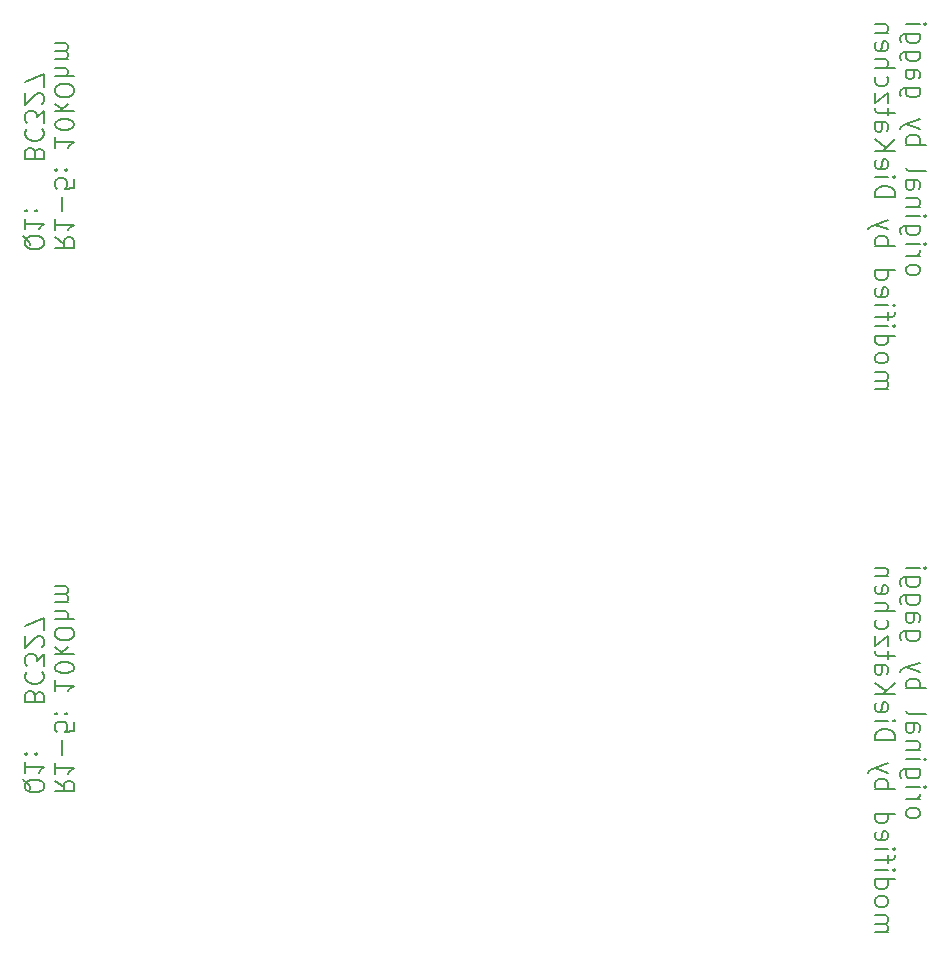
<source format=gbo>
%MOIN*%
%OFA0B0*%
%FSLAX46Y46*%
%IPPOS*%
%LPD*%
%ADD10C,0.0052800000000000008*%
%ADD11C,0.0056000000000000008*%
%ADD22C,0.0052800000000000008*%
%ADD23C,0.0056000000000000008*%
%LPD*%
D10*
X0000561965Y0001023023D02*
X0000591822Y0001002123D01*
X0000561965Y0000987195D02*
X0000624665Y0000987195D01*
X0000624665Y0001011080D01*
X0000621679Y0001017052D01*
X0000618693Y0001020038D01*
X0000612722Y0001023023D01*
X0000603765Y0001023023D01*
X0000597793Y0001020038D01*
X0000594808Y0001017052D01*
X0000591822Y0001011080D01*
X0000591822Y0000987195D01*
X0000561965Y0001082738D02*
X0000561965Y0001046909D01*
X0000561965Y0001064823D02*
X0000624665Y0001064823D01*
X0000615708Y0001058852D01*
X0000609736Y0001052880D01*
X0000606751Y0001046909D01*
X0000585851Y0001109609D02*
X0000585851Y0001157380D01*
X0000624665Y0001217095D02*
X0000624665Y0001187238D01*
X0000594808Y0001184252D01*
X0000597793Y0001187238D01*
X0000600779Y0001193209D01*
X0000600779Y0001208138D01*
X0000597793Y0001214109D01*
X0000594808Y0001217095D01*
X0000588836Y0001220080D01*
X0000573908Y0001220080D01*
X0000567936Y0001217095D01*
X0000564951Y0001214109D01*
X0000561965Y0001208138D01*
X0000561965Y0001193209D01*
X0000564951Y0001187238D01*
X0000567936Y0001184252D01*
X0000567936Y0001246952D02*
X0000564951Y0001249938D01*
X0000561965Y0001246952D01*
X0000564951Y0001243966D01*
X0000567936Y0001246952D01*
X0000561965Y0001246952D01*
X0000600779Y0001246952D02*
X0000597793Y0001249938D01*
X0000594808Y0001246952D01*
X0000597793Y0001243966D01*
X0000600779Y0001246952D01*
X0000594808Y0001246952D01*
X0000561965Y0001357423D02*
X0000561965Y0001321595D01*
X0000561965Y0001339509D02*
X0000624665Y0001339509D01*
X0000615708Y0001333538D01*
X0000609736Y0001327566D01*
X0000606751Y0001321595D01*
X0000624665Y0001396238D02*
X0000624665Y0001402209D01*
X0000621679Y0001408180D01*
X0000618693Y0001411166D01*
X0000612722Y0001414152D01*
X0000600779Y0001417138D01*
X0000585851Y0001417138D01*
X0000573908Y0001414152D01*
X0000567936Y0001411166D01*
X0000564951Y0001408180D01*
X0000561965Y0001402209D01*
X0000561965Y0001396238D01*
X0000564951Y0001390266D01*
X0000567936Y0001387280D01*
X0000573908Y0001384295D01*
X0000585851Y0001381309D01*
X0000600779Y0001381309D01*
X0000612722Y0001384295D01*
X0000618693Y0001387280D01*
X0000621679Y0001390266D01*
X0000624665Y0001396238D01*
X0000561965Y0001444009D02*
X0000624665Y0001444009D01*
X0000585851Y0001449980D02*
X0000561965Y0001467895D01*
X0000603765Y0001467895D02*
X0000579879Y0001444009D01*
X0000624665Y0001506709D02*
X0000624665Y0001518652D01*
X0000621679Y0001524623D01*
X0000615708Y0001530595D01*
X0000603765Y0001533580D01*
X0000582865Y0001533580D01*
X0000570922Y0001530595D01*
X0000564951Y0001524623D01*
X0000561965Y0001518652D01*
X0000561965Y0001506709D01*
X0000564951Y0001500738D01*
X0000570922Y0001494766D01*
X0000582865Y0001491780D01*
X0000603765Y0001491780D01*
X0000615708Y0001494766D01*
X0000621679Y0001500738D01*
X0000624665Y0001506709D01*
X0000561965Y0001560452D02*
X0000624665Y0001560452D01*
X0000561965Y0001587323D02*
X0000594808Y0001587323D01*
X0000600779Y0001584338D01*
X0000603765Y0001578366D01*
X0000603765Y0001569409D01*
X0000600779Y0001563438D01*
X0000597793Y0001560452D01*
X0000561965Y0001617180D02*
X0000603765Y0001617180D01*
X0000597793Y0001617180D02*
X0000600779Y0001620166D01*
X0000603765Y0001626138D01*
X0000603765Y0001635095D01*
X0000600779Y0001641066D01*
X0000594808Y0001644052D01*
X0000561965Y0001644052D01*
X0000594808Y0001644052D02*
X0000600779Y0001647038D01*
X0000603765Y0001653009D01*
X0000603765Y0001661966D01*
X0000600779Y0001667938D01*
X0000594808Y0001670923D01*
X0000561965Y0001670923D01*
X0000456663Y0001028995D02*
X0000459649Y0001023023D01*
X0000465621Y0001017052D01*
X0000474578Y0001008095D01*
X0000477563Y0001002123D01*
X0000477563Y0000996152D01*
X0000462635Y0000999138D02*
X0000465621Y0000993166D01*
X0000471592Y0000987195D01*
X0000483535Y0000984209D01*
X0000504435Y0000984209D01*
X0000516378Y0000987195D01*
X0000522349Y0000993166D01*
X0000525335Y0000999138D01*
X0000525335Y0001011080D01*
X0000522349Y0001017052D01*
X0000516378Y0001023023D01*
X0000504435Y0001026009D01*
X0000483535Y0001026009D01*
X0000471592Y0001023023D01*
X0000465621Y0001017052D01*
X0000462635Y0001011080D01*
X0000462635Y0000999138D01*
X0000462635Y0001085723D02*
X0000462635Y0001049895D01*
X0000462635Y0001067809D02*
X0000525335Y0001067809D01*
X0000516378Y0001061838D01*
X0000510406Y0001055866D01*
X0000507421Y0001049895D01*
X0000468606Y0001112595D02*
X0000465621Y0001115580D01*
X0000462635Y0001112595D01*
X0000465621Y0001109609D01*
X0000468606Y0001112595D01*
X0000462635Y0001112595D01*
X0000501449Y0001112595D02*
X0000498463Y0001115580D01*
X0000495478Y0001112595D01*
X0000498463Y0001109609D01*
X0000501449Y0001112595D01*
X0000495478Y0001112595D01*
X0000495478Y0001306666D02*
X0000492492Y0001315623D01*
X0000489506Y0001318609D01*
X0000483535Y0001321595D01*
X0000474578Y0001321595D01*
X0000468606Y0001318609D01*
X0000465621Y0001315623D01*
X0000462635Y0001309652D01*
X0000462635Y0001285766D01*
X0000525335Y0001285766D01*
X0000525335Y0001306666D01*
X0000522349Y0001312638D01*
X0000519363Y0001315623D01*
X0000513392Y0001318609D01*
X0000507421Y0001318609D01*
X0000501449Y0001315623D01*
X0000498463Y0001312638D01*
X0000495478Y0001306666D01*
X0000495478Y0001285766D01*
X0000468606Y0001384295D02*
X0000465621Y0001381309D01*
X0000462635Y0001372352D01*
X0000462635Y0001366380D01*
X0000465621Y0001357423D01*
X0000471592Y0001351452D01*
X0000477563Y0001348466D01*
X0000489506Y0001345480D01*
X0000498463Y0001345480D01*
X0000510406Y0001348466D01*
X0000516378Y0001351452D01*
X0000522349Y0001357423D01*
X0000525335Y0001366380D01*
X0000525335Y0001372352D01*
X0000522349Y0001381309D01*
X0000519363Y0001384295D01*
X0000525335Y0001405195D02*
X0000525335Y0001444009D01*
X0000501449Y0001423109D01*
X0000501449Y0001432066D01*
X0000498463Y0001438038D01*
X0000495478Y0001441023D01*
X0000489506Y0001444009D01*
X0000474578Y0001444009D01*
X0000468606Y0001441023D01*
X0000465621Y0001438038D01*
X0000462635Y0001432066D01*
X0000462635Y0001414152D01*
X0000465621Y0001408180D01*
X0000468606Y0001405195D01*
X0000519363Y0001467895D02*
X0000522349Y0001470880D01*
X0000525335Y0001476852D01*
X0000525335Y0001491780D01*
X0000522349Y0001497752D01*
X0000519363Y0001500738D01*
X0000513392Y0001503723D01*
X0000507421Y0001503723D01*
X0000498463Y0001500738D01*
X0000462635Y0001464909D01*
X0000462635Y0001503723D01*
X0000525335Y0001524623D02*
X0000525335Y0001566423D01*
X0000462635Y0001539552D01*
D11*
X0003399816Y0000910027D02*
X0003402982Y0000903694D01*
X0003406149Y0000900527D01*
X0003412482Y0000897361D01*
X0003431482Y0000897361D01*
X0003437816Y0000900527D01*
X0003440982Y0000903694D01*
X0003444149Y0000910027D01*
X0003444149Y0000919527D01*
X0003440982Y0000925861D01*
X0003437816Y0000929027D01*
X0003431482Y0000932194D01*
X0003412482Y0000932194D01*
X0003406149Y0000929027D01*
X0003402982Y0000925861D01*
X0003399816Y0000919527D01*
X0003399816Y0000910027D01*
X0003399816Y0000960694D02*
X0003444149Y0000960694D01*
X0003431482Y0000960694D02*
X0003437816Y0000963861D01*
X0003440982Y0000967027D01*
X0003444149Y0000973361D01*
X0003444149Y0000979694D01*
X0003399816Y0001001861D02*
X0003444149Y0001001861D01*
X0003466316Y0001001861D02*
X0003463149Y0000998694D01*
X0003459982Y0001001861D01*
X0003463149Y0001005027D01*
X0003466316Y0001001861D01*
X0003459982Y0001001861D01*
X0003444149Y0001062027D02*
X0003390316Y0001062027D01*
X0003383982Y0001058861D01*
X0003380816Y0001055694D01*
X0003377649Y0001049361D01*
X0003377649Y0001039861D01*
X0003380816Y0001033527D01*
X0003402982Y0001062027D02*
X0003399816Y0001055694D01*
X0003399816Y0001043027D01*
X0003402982Y0001036694D01*
X0003406149Y0001033527D01*
X0003412482Y0001030361D01*
X0003431482Y0001030361D01*
X0003437816Y0001033527D01*
X0003440982Y0001036694D01*
X0003444149Y0001043027D01*
X0003444149Y0001055694D01*
X0003440982Y0001062027D01*
X0003399816Y0001093694D02*
X0003444149Y0001093694D01*
X0003466316Y0001093694D02*
X0003463149Y0001090527D01*
X0003459982Y0001093694D01*
X0003463149Y0001096861D01*
X0003466316Y0001093694D01*
X0003459982Y0001093694D01*
X0003444149Y0001125361D02*
X0003399816Y0001125361D01*
X0003437816Y0001125361D02*
X0003440982Y0001128527D01*
X0003444149Y0001134861D01*
X0003444149Y0001144361D01*
X0003440982Y0001150694D01*
X0003434649Y0001153861D01*
X0003399816Y0001153861D01*
X0003399816Y0001214027D02*
X0003434649Y0001214027D01*
X0003440982Y0001210861D01*
X0003444149Y0001204527D01*
X0003444149Y0001191861D01*
X0003440982Y0001185527D01*
X0003402982Y0001214027D02*
X0003399816Y0001207694D01*
X0003399816Y0001191861D01*
X0003402982Y0001185527D01*
X0003409316Y0001182361D01*
X0003415649Y0001182361D01*
X0003421982Y0001185527D01*
X0003425149Y0001191861D01*
X0003425149Y0001207694D01*
X0003428316Y0001214027D01*
X0003399816Y0001255194D02*
X0003402982Y0001248861D01*
X0003409316Y0001245694D01*
X0003466316Y0001245694D01*
X0003399816Y0001331194D02*
X0003466316Y0001331194D01*
X0003440982Y0001331194D02*
X0003444149Y0001337527D01*
X0003444149Y0001350194D01*
X0003440982Y0001356527D01*
X0003437816Y0001359694D01*
X0003431482Y0001362861D01*
X0003412482Y0001362861D01*
X0003406149Y0001359694D01*
X0003402982Y0001356527D01*
X0003399816Y0001350194D01*
X0003399816Y0001337527D01*
X0003402982Y0001331194D01*
X0003444149Y0001385027D02*
X0003399816Y0001400861D01*
X0003444149Y0001416694D02*
X0003399816Y0001400861D01*
X0003383982Y0001394527D01*
X0003380816Y0001391361D01*
X0003377649Y0001385027D01*
X0003444149Y0001521194D02*
X0003390316Y0001521194D01*
X0003383982Y0001518027D01*
X0003380816Y0001514861D01*
X0003377649Y0001508527D01*
X0003377649Y0001499027D01*
X0003380816Y0001492694D01*
X0003402982Y0001521194D02*
X0003399816Y0001514861D01*
X0003399816Y0001502194D01*
X0003402982Y0001495861D01*
X0003406149Y0001492694D01*
X0003412482Y0001489527D01*
X0003431482Y0001489527D01*
X0003437816Y0001492694D01*
X0003440982Y0001495861D01*
X0003444149Y0001502194D01*
X0003444149Y0001514861D01*
X0003440982Y0001521194D01*
X0003399816Y0001581361D02*
X0003434649Y0001581361D01*
X0003440982Y0001578194D01*
X0003444149Y0001571861D01*
X0003444149Y0001559194D01*
X0003440982Y0001552861D01*
X0003402982Y0001581361D02*
X0003399816Y0001575027D01*
X0003399816Y0001559194D01*
X0003402982Y0001552861D01*
X0003409316Y0001549694D01*
X0003415649Y0001549694D01*
X0003421982Y0001552861D01*
X0003425149Y0001559194D01*
X0003425149Y0001575027D01*
X0003428316Y0001581361D01*
X0003444149Y0001641527D02*
X0003390316Y0001641527D01*
X0003383982Y0001638361D01*
X0003380816Y0001635194D01*
X0003377649Y0001628861D01*
X0003377649Y0001619361D01*
X0003380816Y0001613027D01*
X0003402982Y0001641527D02*
X0003399816Y0001635194D01*
X0003399816Y0001622527D01*
X0003402982Y0001616194D01*
X0003406149Y0001613027D01*
X0003412482Y0001609861D01*
X0003431482Y0001609861D01*
X0003437816Y0001613027D01*
X0003440982Y0001616194D01*
X0003444149Y0001622527D01*
X0003444149Y0001635194D01*
X0003440982Y0001641527D01*
X0003444149Y0001701694D02*
X0003390316Y0001701694D01*
X0003383982Y0001698527D01*
X0003380816Y0001695361D01*
X0003377649Y0001689027D01*
X0003377649Y0001679527D01*
X0003380816Y0001673194D01*
X0003402982Y0001701694D02*
X0003399816Y0001695361D01*
X0003399816Y0001682694D01*
X0003402982Y0001676361D01*
X0003406149Y0001673194D01*
X0003412482Y0001670027D01*
X0003431482Y0001670027D01*
X0003437816Y0001673194D01*
X0003440982Y0001676361D01*
X0003444149Y0001682694D01*
X0003444149Y0001695361D01*
X0003440982Y0001701694D01*
X0003399816Y0001733361D02*
X0003444149Y0001733361D01*
X0003466316Y0001733361D02*
X0003463149Y0001730194D01*
X0003459982Y0001733361D01*
X0003463149Y0001736527D01*
X0003466316Y0001733361D01*
X0003459982Y0001733361D01*
X0003294466Y0000517361D02*
X0003338799Y0000517361D01*
X0003332466Y0000517361D02*
X0003335632Y0000520527D01*
X0003338799Y0000526861D01*
X0003338799Y0000536361D01*
X0003335632Y0000542694D01*
X0003329299Y0000545861D01*
X0003294466Y0000545861D01*
X0003329299Y0000545861D02*
X0003335632Y0000549027D01*
X0003338799Y0000555361D01*
X0003338799Y0000564861D01*
X0003335632Y0000571194D01*
X0003329299Y0000574361D01*
X0003294466Y0000574361D01*
X0003294466Y0000615527D02*
X0003297632Y0000609194D01*
X0003300799Y0000606027D01*
X0003307132Y0000602861D01*
X0003326132Y0000602861D01*
X0003332466Y0000606027D01*
X0003335632Y0000609194D01*
X0003338799Y0000615527D01*
X0003338799Y0000625027D01*
X0003335632Y0000631361D01*
X0003332466Y0000634527D01*
X0003326132Y0000637694D01*
X0003307132Y0000637694D01*
X0003300799Y0000634527D01*
X0003297632Y0000631361D01*
X0003294466Y0000625027D01*
X0003294466Y0000615527D01*
X0003294466Y0000694694D02*
X0003360966Y0000694694D01*
X0003297632Y0000694694D02*
X0003294466Y0000688361D01*
X0003294466Y0000675694D01*
X0003297632Y0000669361D01*
X0003300799Y0000666194D01*
X0003307132Y0000663027D01*
X0003326132Y0000663027D01*
X0003332466Y0000666194D01*
X0003335632Y0000669361D01*
X0003338799Y0000675694D01*
X0003338799Y0000688361D01*
X0003335632Y0000694694D01*
X0003294466Y0000726361D02*
X0003338799Y0000726361D01*
X0003360966Y0000726361D02*
X0003357799Y0000723194D01*
X0003354632Y0000726361D01*
X0003357799Y0000729527D01*
X0003360966Y0000726361D01*
X0003354632Y0000726361D01*
X0003338799Y0000748527D02*
X0003338799Y0000773861D01*
X0003294466Y0000758027D02*
X0003351466Y0000758027D01*
X0003357799Y0000761194D01*
X0003360966Y0000767527D01*
X0003360966Y0000773861D01*
X0003294466Y0000796027D02*
X0003338799Y0000796027D01*
X0003360966Y0000796027D02*
X0003357799Y0000792861D01*
X0003354632Y0000796027D01*
X0003357799Y0000799194D01*
X0003360966Y0000796027D01*
X0003354632Y0000796027D01*
X0003297632Y0000853027D02*
X0003294466Y0000846694D01*
X0003294466Y0000834027D01*
X0003297632Y0000827694D01*
X0003303966Y0000824527D01*
X0003329299Y0000824527D01*
X0003335632Y0000827694D01*
X0003338799Y0000834027D01*
X0003338799Y0000846694D01*
X0003335632Y0000853027D01*
X0003329299Y0000856194D01*
X0003322966Y0000856194D01*
X0003316632Y0000824527D01*
X0003294466Y0000913194D02*
X0003360966Y0000913194D01*
X0003297632Y0000913194D02*
X0003294466Y0000906861D01*
X0003294466Y0000894194D01*
X0003297632Y0000887861D01*
X0003300799Y0000884694D01*
X0003307132Y0000881527D01*
X0003326132Y0000881527D01*
X0003332466Y0000884694D01*
X0003335632Y0000887861D01*
X0003338799Y0000894194D01*
X0003338799Y0000906861D01*
X0003335632Y0000913194D01*
X0003294466Y0000995527D02*
X0003360966Y0000995527D01*
X0003335632Y0000995527D02*
X0003338799Y0001001861D01*
X0003338799Y0001014527D01*
X0003335632Y0001020861D01*
X0003332466Y0001024027D01*
X0003326132Y0001027194D01*
X0003307132Y0001027194D01*
X0003300799Y0001024027D01*
X0003297632Y0001020861D01*
X0003294466Y0001014527D01*
X0003294466Y0001001861D01*
X0003297632Y0000995527D01*
X0003338799Y0001049361D02*
X0003294466Y0001065194D01*
X0003338799Y0001081027D02*
X0003294466Y0001065194D01*
X0003278632Y0001058861D01*
X0003275466Y0001055694D01*
X0003272299Y0001049361D01*
X0003294466Y0001157027D02*
X0003360966Y0001157027D01*
X0003360966Y0001172861D01*
X0003357799Y0001182361D01*
X0003351466Y0001188694D01*
X0003345132Y0001191861D01*
X0003332466Y0001195027D01*
X0003322966Y0001195027D01*
X0003310299Y0001191861D01*
X0003303966Y0001188694D01*
X0003297632Y0001182361D01*
X0003294466Y0001172861D01*
X0003294466Y0001157027D01*
X0003294466Y0001223527D02*
X0003338799Y0001223527D01*
X0003360966Y0001223527D02*
X0003357799Y0001220361D01*
X0003354632Y0001223527D01*
X0003357799Y0001226694D01*
X0003360966Y0001223527D01*
X0003354632Y0001223527D01*
X0003297632Y0001280527D02*
X0003294466Y0001274194D01*
X0003294466Y0001261527D01*
X0003297632Y0001255194D01*
X0003303966Y0001252027D01*
X0003329299Y0001252027D01*
X0003335632Y0001255194D01*
X0003338799Y0001261527D01*
X0003338799Y0001274194D01*
X0003335632Y0001280527D01*
X0003329299Y0001283694D01*
X0003322966Y0001283694D01*
X0003316632Y0001252027D01*
X0003294466Y0001312194D02*
X0003360966Y0001312194D01*
X0003294466Y0001350194D02*
X0003332466Y0001321694D01*
X0003360966Y0001350194D02*
X0003322966Y0001312194D01*
X0003294466Y0001407194D02*
X0003329299Y0001407194D01*
X0003335632Y0001404027D01*
X0003338799Y0001397694D01*
X0003338799Y0001385027D01*
X0003335632Y0001378694D01*
X0003297632Y0001407194D02*
X0003294466Y0001400861D01*
X0003294466Y0001385027D01*
X0003297632Y0001378694D01*
X0003303966Y0001375527D01*
X0003310299Y0001375527D01*
X0003316632Y0001378694D01*
X0003319799Y0001385027D01*
X0003319799Y0001400861D01*
X0003322966Y0001407194D01*
X0003338799Y0001429361D02*
X0003338799Y0001454694D01*
X0003360966Y0001438861D02*
X0003303966Y0001438861D01*
X0003297632Y0001442027D01*
X0003294466Y0001448361D01*
X0003294466Y0001454694D01*
X0003338799Y0001470527D02*
X0003338799Y0001505361D01*
X0003294466Y0001470527D01*
X0003294466Y0001505361D01*
X0003297632Y0001559194D02*
X0003294466Y0001552861D01*
X0003294466Y0001540194D01*
X0003297632Y0001533861D01*
X0003300799Y0001530694D01*
X0003307132Y0001527527D01*
X0003326132Y0001527527D01*
X0003332466Y0001530694D01*
X0003335632Y0001533861D01*
X0003338799Y0001540194D01*
X0003338799Y0001552861D01*
X0003335632Y0001559194D01*
X0003294466Y0001587694D02*
X0003360966Y0001587694D01*
X0003294466Y0001616194D02*
X0003329299Y0001616194D01*
X0003335632Y0001613027D01*
X0003338799Y0001606694D01*
X0003338799Y0001597194D01*
X0003335632Y0001590861D01*
X0003332466Y0001587694D01*
X0003297632Y0001673194D02*
X0003294466Y0001666861D01*
X0003294466Y0001654194D01*
X0003297632Y0001647861D01*
X0003303966Y0001644694D01*
X0003329299Y0001644694D01*
X0003335632Y0001647861D01*
X0003338799Y0001654194D01*
X0003338799Y0001666861D01*
X0003335632Y0001673194D01*
X0003329299Y0001676361D01*
X0003322966Y0001676361D01*
X0003316632Y0001644694D01*
X0003338799Y0001704861D02*
X0003294466Y0001704861D01*
X0003332466Y0001704861D02*
X0003335632Y0001708027D01*
X0003338799Y0001714361D01*
X0003338799Y0001723861D01*
X0003335632Y0001730194D01*
X0003329299Y0001733361D01*
X0003294466Y0001733361D01*
G04 next file*
%LPD*%
G04 #@! TF.GenerationSoftware,KiCad,Pcbnew,(5.1.2)-2*
G04 #@! TF.CreationDate,2019-08-03T14:41:18-04:00*
G04 #@! TF.ProjectId,27C160_Adapter,32374331-3630-45f4-9164-61707465722e,rev?*
G04 #@! TF.SameCoordinates,Original*
G04 #@! TF.FileFunction,Legend,Bot*
G04 #@! TF.FilePolarity,Positive*
G04 Gerber Fmt 4.6, Leading zero omitted, Abs format (unit mm)*
G04 Created by KiCad (PCBNEW (5.1.2)-2) date 2019-08-03 14:41:18*
G04 APERTURE LIST*
G04 APERTURE END LIST*
D22*
X0000561965Y0002834047D02*
X0000591822Y0002813147D01*
X0000561965Y0002798218D02*
X0000624665Y0002798218D01*
X0000624665Y0002822104D01*
X0000621679Y0002828075D01*
X0000618693Y0002831061D01*
X0000612722Y0002834047D01*
X0000603765Y0002834047D01*
X0000597793Y0002831061D01*
X0000594808Y0002828075D01*
X0000591822Y0002822104D01*
X0000591822Y0002798218D01*
X0000561965Y0002893761D02*
X0000561965Y0002857933D01*
X0000561965Y0002875847D02*
X0000624665Y0002875847D01*
X0000615708Y0002869875D01*
X0000609736Y0002863904D01*
X0000606751Y0002857933D01*
X0000585851Y0002920633D02*
X0000585851Y0002968404D01*
X0000624665Y0003028118D02*
X0000624665Y0002998261D01*
X0000594808Y0002995275D01*
X0000597793Y0002998261D01*
X0000600779Y0003004233D01*
X0000600779Y0003019161D01*
X0000597793Y0003025133D01*
X0000594808Y0003028118D01*
X0000588836Y0003031104D01*
X0000573908Y0003031104D01*
X0000567936Y0003028118D01*
X0000564951Y0003025133D01*
X0000561965Y0003019161D01*
X0000561965Y0003004233D01*
X0000564951Y0002998261D01*
X0000567936Y0002995275D01*
X0000567936Y0003057975D02*
X0000564951Y0003060961D01*
X0000561965Y0003057975D01*
X0000564951Y0003054990D01*
X0000567936Y0003057975D01*
X0000561965Y0003057975D01*
X0000600779Y0003057975D02*
X0000597793Y0003060961D01*
X0000594808Y0003057975D01*
X0000597793Y0003054990D01*
X0000600779Y0003057975D01*
X0000594808Y0003057975D01*
X0000561965Y0003168447D02*
X0000561965Y0003132618D01*
X0000561965Y0003150533D02*
X0000624665Y0003150533D01*
X0000615708Y0003144561D01*
X0000609736Y0003138590D01*
X0000606751Y0003132618D01*
X0000624665Y0003207261D02*
X0000624665Y0003213233D01*
X0000621679Y0003219204D01*
X0000618693Y0003222190D01*
X0000612722Y0003225175D01*
X0000600779Y0003228161D01*
X0000585851Y0003228161D01*
X0000573908Y0003225175D01*
X0000567936Y0003222190D01*
X0000564951Y0003219204D01*
X0000561965Y0003213233D01*
X0000561965Y0003207261D01*
X0000564951Y0003201290D01*
X0000567936Y0003198304D01*
X0000573908Y0003195318D01*
X0000585851Y0003192333D01*
X0000600779Y0003192333D01*
X0000612722Y0003195318D01*
X0000618693Y0003198304D01*
X0000621679Y0003201290D01*
X0000624665Y0003207261D01*
X0000561965Y0003255033D02*
X0000624665Y0003255033D01*
X0000585851Y0003261004D02*
X0000561965Y0003278918D01*
X0000603765Y0003278918D02*
X0000579879Y0003255033D01*
X0000624665Y0003317733D02*
X0000624665Y0003329675D01*
X0000621679Y0003335647D01*
X0000615708Y0003341618D01*
X0000603765Y0003344604D01*
X0000582865Y0003344604D01*
X0000570922Y0003341618D01*
X0000564951Y0003335647D01*
X0000561965Y0003329675D01*
X0000561965Y0003317733D01*
X0000564951Y0003311761D01*
X0000570922Y0003305790D01*
X0000582865Y0003302804D01*
X0000603765Y0003302804D01*
X0000615708Y0003305790D01*
X0000621679Y0003311761D01*
X0000624665Y0003317733D01*
X0000561965Y0003371475D02*
X0000624665Y0003371475D01*
X0000561965Y0003398347D02*
X0000594808Y0003398347D01*
X0000600779Y0003395361D01*
X0000603765Y0003389390D01*
X0000603765Y0003380433D01*
X0000600779Y0003374461D01*
X0000597793Y0003371475D01*
X0000561965Y0003428204D02*
X0000603765Y0003428204D01*
X0000597793Y0003428204D02*
X0000600779Y0003431190D01*
X0000603765Y0003437161D01*
X0000603765Y0003446118D01*
X0000600779Y0003452090D01*
X0000594808Y0003455075D01*
X0000561965Y0003455075D01*
X0000594808Y0003455075D02*
X0000600779Y0003458061D01*
X0000603765Y0003464033D01*
X0000603765Y0003472990D01*
X0000600779Y0003478961D01*
X0000594808Y0003481947D01*
X0000561965Y0003481947D01*
X0000456663Y0002840018D02*
X0000459649Y0002834047D01*
X0000465621Y0002828075D01*
X0000474578Y0002819118D01*
X0000477563Y0002813147D01*
X0000477563Y0002807175D01*
X0000462635Y0002810161D02*
X0000465621Y0002804190D01*
X0000471592Y0002798218D01*
X0000483535Y0002795233D01*
X0000504435Y0002795233D01*
X0000516378Y0002798218D01*
X0000522349Y0002804190D01*
X0000525335Y0002810161D01*
X0000525335Y0002822104D01*
X0000522349Y0002828075D01*
X0000516378Y0002834047D01*
X0000504435Y0002837033D01*
X0000483535Y0002837033D01*
X0000471592Y0002834047D01*
X0000465621Y0002828075D01*
X0000462635Y0002822104D01*
X0000462635Y0002810161D01*
X0000462635Y0002896747D02*
X0000462635Y0002860918D01*
X0000462635Y0002878833D02*
X0000525335Y0002878833D01*
X0000516378Y0002872861D01*
X0000510406Y0002866890D01*
X0000507421Y0002860918D01*
X0000468606Y0002923618D02*
X0000465621Y0002926604D01*
X0000462635Y0002923618D01*
X0000465621Y0002920633D01*
X0000468606Y0002923618D01*
X0000462635Y0002923618D01*
X0000501449Y0002923618D02*
X0000498463Y0002926604D01*
X0000495478Y0002923618D01*
X0000498463Y0002920633D01*
X0000501449Y0002923618D01*
X0000495478Y0002923618D01*
X0000495478Y0003117690D02*
X0000492492Y0003126647D01*
X0000489506Y0003129633D01*
X0000483535Y0003132618D01*
X0000474578Y0003132618D01*
X0000468606Y0003129633D01*
X0000465621Y0003126647D01*
X0000462635Y0003120675D01*
X0000462635Y0003096790D01*
X0000525335Y0003096790D01*
X0000525335Y0003117690D01*
X0000522349Y0003123661D01*
X0000519363Y0003126647D01*
X0000513392Y0003129633D01*
X0000507421Y0003129633D01*
X0000501449Y0003126647D01*
X0000498463Y0003123661D01*
X0000495478Y0003117690D01*
X0000495478Y0003096790D01*
X0000468606Y0003195318D02*
X0000465621Y0003192333D01*
X0000462635Y0003183375D01*
X0000462635Y0003177404D01*
X0000465621Y0003168447D01*
X0000471592Y0003162475D01*
X0000477563Y0003159490D01*
X0000489506Y0003156504D01*
X0000498463Y0003156504D01*
X0000510406Y0003159490D01*
X0000516378Y0003162475D01*
X0000522349Y0003168447D01*
X0000525335Y0003177404D01*
X0000525335Y0003183375D01*
X0000522349Y0003192333D01*
X0000519363Y0003195318D01*
X0000525335Y0003216218D02*
X0000525335Y0003255033D01*
X0000501449Y0003234133D01*
X0000501449Y0003243090D01*
X0000498463Y0003249061D01*
X0000495478Y0003252047D01*
X0000489506Y0003255033D01*
X0000474578Y0003255033D01*
X0000468606Y0003252047D01*
X0000465621Y0003249061D01*
X0000462635Y0003243090D01*
X0000462635Y0003225175D01*
X0000465621Y0003219204D01*
X0000468606Y0003216218D01*
X0000519363Y0003278918D02*
X0000522349Y0003281904D01*
X0000525335Y0003287875D01*
X0000525335Y0003302804D01*
X0000522349Y0003308775D01*
X0000519363Y0003311761D01*
X0000513392Y0003314747D01*
X0000507421Y0003314747D01*
X0000498463Y0003311761D01*
X0000462635Y0003275933D01*
X0000462635Y0003314747D01*
X0000525335Y0003335647D02*
X0000525335Y0003377447D01*
X0000462635Y0003350575D01*
D23*
X0003399816Y0002721051D02*
X0003402982Y0002714718D01*
X0003406149Y0002711551D01*
X0003412482Y0002708384D01*
X0003431482Y0002708384D01*
X0003437816Y0002711551D01*
X0003440982Y0002714718D01*
X0003444149Y0002721051D01*
X0003444149Y0002730551D01*
X0003440982Y0002736884D01*
X0003437816Y0002740051D01*
X0003431482Y0002743218D01*
X0003412482Y0002743218D01*
X0003406149Y0002740051D01*
X0003402982Y0002736884D01*
X0003399816Y0002730551D01*
X0003399816Y0002721051D01*
X0003399816Y0002771718D02*
X0003444149Y0002771718D01*
X0003431482Y0002771718D02*
X0003437816Y0002774884D01*
X0003440982Y0002778051D01*
X0003444149Y0002784384D01*
X0003444149Y0002790718D01*
X0003399816Y0002812884D02*
X0003444149Y0002812884D01*
X0003466316Y0002812884D02*
X0003463149Y0002809718D01*
X0003459982Y0002812884D01*
X0003463149Y0002816051D01*
X0003466316Y0002812884D01*
X0003459982Y0002812884D01*
X0003444149Y0002873051D02*
X0003390316Y0002873051D01*
X0003383982Y0002869884D01*
X0003380816Y0002866718D01*
X0003377649Y0002860384D01*
X0003377649Y0002850884D01*
X0003380816Y0002844551D01*
X0003402982Y0002873051D02*
X0003399816Y0002866718D01*
X0003399816Y0002854051D01*
X0003402982Y0002847718D01*
X0003406149Y0002844551D01*
X0003412482Y0002841384D01*
X0003431482Y0002841384D01*
X0003437816Y0002844551D01*
X0003440982Y0002847718D01*
X0003444149Y0002854051D01*
X0003444149Y0002866718D01*
X0003440982Y0002873051D01*
X0003399816Y0002904718D02*
X0003444149Y0002904718D01*
X0003466316Y0002904718D02*
X0003463149Y0002901551D01*
X0003459982Y0002904718D01*
X0003463149Y0002907884D01*
X0003466316Y0002904718D01*
X0003459982Y0002904718D01*
X0003444149Y0002936384D02*
X0003399816Y0002936384D01*
X0003437816Y0002936384D02*
X0003440982Y0002939551D01*
X0003444149Y0002945884D01*
X0003444149Y0002955384D01*
X0003440982Y0002961718D01*
X0003434649Y0002964884D01*
X0003399816Y0002964884D01*
X0003399816Y0003025051D02*
X0003434649Y0003025051D01*
X0003440982Y0003021884D01*
X0003444149Y0003015551D01*
X0003444149Y0003002884D01*
X0003440982Y0002996551D01*
X0003402982Y0003025051D02*
X0003399816Y0003018718D01*
X0003399816Y0003002884D01*
X0003402982Y0002996551D01*
X0003409316Y0002993384D01*
X0003415649Y0002993384D01*
X0003421982Y0002996551D01*
X0003425149Y0003002884D01*
X0003425149Y0003018718D01*
X0003428316Y0003025051D01*
X0003399816Y0003066218D02*
X0003402982Y0003059884D01*
X0003409316Y0003056718D01*
X0003466316Y0003056718D01*
X0003399816Y0003142218D02*
X0003466316Y0003142218D01*
X0003440982Y0003142218D02*
X0003444149Y0003148551D01*
X0003444149Y0003161218D01*
X0003440982Y0003167551D01*
X0003437816Y0003170718D01*
X0003431482Y0003173884D01*
X0003412482Y0003173884D01*
X0003406149Y0003170718D01*
X0003402982Y0003167551D01*
X0003399816Y0003161218D01*
X0003399816Y0003148551D01*
X0003402982Y0003142218D01*
X0003444149Y0003196051D02*
X0003399816Y0003211884D01*
X0003444149Y0003227718D02*
X0003399816Y0003211884D01*
X0003383982Y0003205551D01*
X0003380816Y0003202384D01*
X0003377649Y0003196051D01*
X0003444149Y0003332218D02*
X0003390316Y0003332218D01*
X0003383982Y0003329051D01*
X0003380816Y0003325884D01*
X0003377649Y0003319551D01*
X0003377649Y0003310051D01*
X0003380816Y0003303718D01*
X0003402982Y0003332218D02*
X0003399816Y0003325884D01*
X0003399816Y0003313218D01*
X0003402982Y0003306884D01*
X0003406149Y0003303718D01*
X0003412482Y0003300551D01*
X0003431482Y0003300551D01*
X0003437816Y0003303718D01*
X0003440982Y0003306884D01*
X0003444149Y0003313218D01*
X0003444149Y0003325884D01*
X0003440982Y0003332218D01*
X0003399816Y0003392384D02*
X0003434649Y0003392384D01*
X0003440982Y0003389218D01*
X0003444149Y0003382884D01*
X0003444149Y0003370218D01*
X0003440982Y0003363884D01*
X0003402982Y0003392384D02*
X0003399816Y0003386051D01*
X0003399816Y0003370218D01*
X0003402982Y0003363884D01*
X0003409316Y0003360718D01*
X0003415649Y0003360718D01*
X0003421982Y0003363884D01*
X0003425149Y0003370218D01*
X0003425149Y0003386051D01*
X0003428316Y0003392384D01*
X0003444149Y0003452551D02*
X0003390316Y0003452551D01*
X0003383982Y0003449384D01*
X0003380816Y0003446218D01*
X0003377649Y0003439884D01*
X0003377649Y0003430384D01*
X0003380816Y0003424051D01*
X0003402982Y0003452551D02*
X0003399816Y0003446218D01*
X0003399816Y0003433551D01*
X0003402982Y0003427218D01*
X0003406149Y0003424051D01*
X0003412482Y0003420884D01*
X0003431482Y0003420884D01*
X0003437816Y0003424051D01*
X0003440982Y0003427218D01*
X0003444149Y0003433551D01*
X0003444149Y0003446218D01*
X0003440982Y0003452551D01*
X0003444149Y0003512718D02*
X0003390316Y0003512718D01*
X0003383982Y0003509551D01*
X0003380816Y0003506384D01*
X0003377649Y0003500051D01*
X0003377649Y0003490551D01*
X0003380816Y0003484218D01*
X0003402982Y0003512718D02*
X0003399816Y0003506384D01*
X0003399816Y0003493718D01*
X0003402982Y0003487384D01*
X0003406149Y0003484218D01*
X0003412482Y0003481051D01*
X0003431482Y0003481051D01*
X0003437816Y0003484218D01*
X0003440982Y0003487384D01*
X0003444149Y0003493718D01*
X0003444149Y0003506384D01*
X0003440982Y0003512718D01*
X0003399816Y0003544384D02*
X0003444149Y0003544384D01*
X0003466316Y0003544384D02*
X0003463149Y0003541218D01*
X0003459982Y0003544384D01*
X0003463149Y0003547551D01*
X0003466316Y0003544384D01*
X0003459982Y0003544384D01*
X0003294466Y0002328384D02*
X0003338799Y0002328384D01*
X0003332466Y0002328384D02*
X0003335632Y0002331551D01*
X0003338799Y0002337884D01*
X0003338799Y0002347384D01*
X0003335632Y0002353718D01*
X0003329299Y0002356884D01*
X0003294466Y0002356884D01*
X0003329299Y0002356884D02*
X0003335632Y0002360051D01*
X0003338799Y0002366384D01*
X0003338799Y0002375884D01*
X0003335632Y0002382218D01*
X0003329299Y0002385384D01*
X0003294466Y0002385384D01*
X0003294466Y0002426551D02*
X0003297632Y0002420218D01*
X0003300799Y0002417051D01*
X0003307132Y0002413884D01*
X0003326132Y0002413884D01*
X0003332466Y0002417051D01*
X0003335632Y0002420218D01*
X0003338799Y0002426551D01*
X0003338799Y0002436051D01*
X0003335632Y0002442384D01*
X0003332466Y0002445551D01*
X0003326132Y0002448718D01*
X0003307132Y0002448718D01*
X0003300799Y0002445551D01*
X0003297632Y0002442384D01*
X0003294466Y0002436051D01*
X0003294466Y0002426551D01*
X0003294466Y0002505718D02*
X0003360966Y0002505718D01*
X0003297632Y0002505718D02*
X0003294466Y0002499384D01*
X0003294466Y0002486718D01*
X0003297632Y0002480384D01*
X0003300799Y0002477218D01*
X0003307132Y0002474051D01*
X0003326132Y0002474051D01*
X0003332466Y0002477218D01*
X0003335632Y0002480384D01*
X0003338799Y0002486718D01*
X0003338799Y0002499384D01*
X0003335632Y0002505718D01*
X0003294466Y0002537384D02*
X0003338799Y0002537384D01*
X0003360966Y0002537384D02*
X0003357799Y0002534218D01*
X0003354632Y0002537384D01*
X0003357799Y0002540551D01*
X0003360966Y0002537384D01*
X0003354632Y0002537384D01*
X0003338799Y0002559551D02*
X0003338799Y0002584884D01*
X0003294466Y0002569051D02*
X0003351466Y0002569051D01*
X0003357799Y0002572218D01*
X0003360966Y0002578551D01*
X0003360966Y0002584884D01*
X0003294466Y0002607051D02*
X0003338799Y0002607051D01*
X0003360966Y0002607051D02*
X0003357799Y0002603884D01*
X0003354632Y0002607051D01*
X0003357799Y0002610218D01*
X0003360966Y0002607051D01*
X0003354632Y0002607051D01*
X0003297632Y0002664051D02*
X0003294466Y0002657718D01*
X0003294466Y0002645051D01*
X0003297632Y0002638718D01*
X0003303966Y0002635551D01*
X0003329299Y0002635551D01*
X0003335632Y0002638718D01*
X0003338799Y0002645051D01*
X0003338799Y0002657718D01*
X0003335632Y0002664051D01*
X0003329299Y0002667218D01*
X0003322966Y0002667218D01*
X0003316632Y0002635551D01*
X0003294466Y0002724218D02*
X0003360966Y0002724218D01*
X0003297632Y0002724218D02*
X0003294466Y0002717884D01*
X0003294466Y0002705218D01*
X0003297632Y0002698884D01*
X0003300799Y0002695718D01*
X0003307132Y0002692551D01*
X0003326132Y0002692551D01*
X0003332466Y0002695718D01*
X0003335632Y0002698884D01*
X0003338799Y0002705218D01*
X0003338799Y0002717884D01*
X0003335632Y0002724218D01*
X0003294466Y0002806551D02*
X0003360966Y0002806551D01*
X0003335632Y0002806551D02*
X0003338799Y0002812884D01*
X0003338799Y0002825551D01*
X0003335632Y0002831884D01*
X0003332466Y0002835051D01*
X0003326132Y0002838218D01*
X0003307132Y0002838218D01*
X0003300799Y0002835051D01*
X0003297632Y0002831884D01*
X0003294466Y0002825551D01*
X0003294466Y0002812884D01*
X0003297632Y0002806551D01*
X0003338799Y0002860384D02*
X0003294466Y0002876218D01*
X0003338799Y0002892051D02*
X0003294466Y0002876218D01*
X0003278632Y0002869884D01*
X0003275466Y0002866718D01*
X0003272299Y0002860384D01*
X0003294466Y0002968051D02*
X0003360966Y0002968051D01*
X0003360966Y0002983884D01*
X0003357799Y0002993384D01*
X0003351466Y0002999718D01*
X0003345132Y0003002884D01*
X0003332466Y0003006051D01*
X0003322966Y0003006051D01*
X0003310299Y0003002884D01*
X0003303966Y0002999718D01*
X0003297632Y0002993384D01*
X0003294466Y0002983884D01*
X0003294466Y0002968051D01*
X0003294466Y0003034551D02*
X0003338799Y0003034551D01*
X0003360966Y0003034551D02*
X0003357799Y0003031384D01*
X0003354632Y0003034551D01*
X0003357799Y0003037718D01*
X0003360966Y0003034551D01*
X0003354632Y0003034551D01*
X0003297632Y0003091551D02*
X0003294466Y0003085218D01*
X0003294466Y0003072551D01*
X0003297632Y0003066218D01*
X0003303966Y0003063051D01*
X0003329299Y0003063051D01*
X0003335632Y0003066218D01*
X0003338799Y0003072551D01*
X0003338799Y0003085218D01*
X0003335632Y0003091551D01*
X0003329299Y0003094718D01*
X0003322966Y0003094718D01*
X0003316632Y0003063051D01*
X0003294466Y0003123218D02*
X0003360966Y0003123218D01*
X0003294466Y0003161218D02*
X0003332466Y0003132718D01*
X0003360966Y0003161218D02*
X0003322966Y0003123218D01*
X0003294466Y0003218218D02*
X0003329299Y0003218218D01*
X0003335632Y0003215051D01*
X0003338799Y0003208718D01*
X0003338799Y0003196051D01*
X0003335632Y0003189718D01*
X0003297632Y0003218218D02*
X0003294466Y0003211884D01*
X0003294466Y0003196051D01*
X0003297632Y0003189718D01*
X0003303966Y0003186551D01*
X0003310299Y0003186551D01*
X0003316632Y0003189718D01*
X0003319799Y0003196051D01*
X0003319799Y0003211884D01*
X0003322966Y0003218218D01*
X0003338799Y0003240384D02*
X0003338799Y0003265718D01*
X0003360966Y0003249884D02*
X0003303966Y0003249884D01*
X0003297632Y0003253051D01*
X0003294466Y0003259384D01*
X0003294466Y0003265718D01*
X0003338799Y0003281551D02*
X0003338799Y0003316384D01*
X0003294466Y0003281551D01*
X0003294466Y0003316384D01*
X0003297632Y0003370218D02*
X0003294466Y0003363884D01*
X0003294466Y0003351218D01*
X0003297632Y0003344884D01*
X0003300799Y0003341718D01*
X0003307132Y0003338551D01*
X0003326132Y0003338551D01*
X0003332466Y0003341718D01*
X0003335632Y0003344884D01*
X0003338799Y0003351218D01*
X0003338799Y0003363884D01*
X0003335632Y0003370218D01*
X0003294466Y0003398718D02*
X0003360966Y0003398718D01*
X0003294466Y0003427218D02*
X0003329299Y0003427218D01*
X0003335632Y0003424051D01*
X0003338799Y0003417718D01*
X0003338799Y0003408218D01*
X0003335632Y0003401884D01*
X0003332466Y0003398718D01*
X0003297632Y0003484218D02*
X0003294466Y0003477884D01*
X0003294466Y0003465218D01*
X0003297632Y0003458884D01*
X0003303966Y0003455718D01*
X0003329299Y0003455718D01*
X0003335632Y0003458884D01*
X0003338799Y0003465218D01*
X0003338799Y0003477884D01*
X0003335632Y0003484218D01*
X0003329299Y0003487384D01*
X0003322966Y0003487384D01*
X0003316632Y0003455718D01*
X0003338799Y0003515884D02*
X0003294466Y0003515884D01*
X0003332466Y0003515884D02*
X0003335632Y0003519051D01*
X0003338799Y0003525384D01*
X0003338799Y0003534884D01*
X0003335632Y0003541218D01*
X0003329299Y0003544384D01*
X0003294466Y0003544384D01*
M02*
</source>
